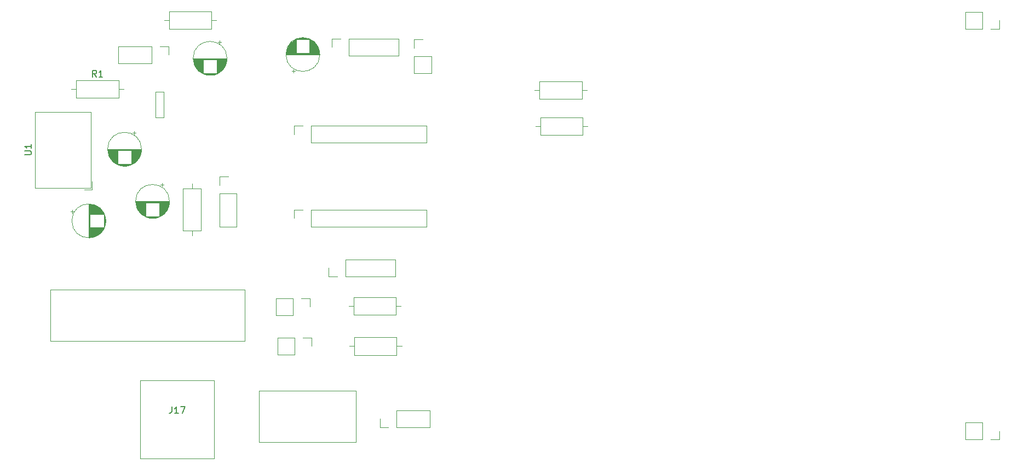
<source format=gbr>
%TF.GenerationSoftware,KiCad,Pcbnew,6.0.2+dfsg-1*%
%TF.CreationDate,2023-04-17T17:17:59+02:00*%
%TF.ProjectId,TransportPlatform_PCB,5472616e-7370-46f7-9274-506c6174666f,rev?*%
%TF.SameCoordinates,Original*%
%TF.FileFunction,Legend,Top*%
%TF.FilePolarity,Positive*%
%FSLAX46Y46*%
G04 Gerber Fmt 4.6, Leading zero omitted, Abs format (unit mm)*
G04 Created by KiCad (PCBNEW 6.0.2+dfsg-1) date 2023-04-17 17:17:59*
%MOMM*%
%LPD*%
G01*
G04 APERTURE LIST*
%ADD10C,0.150000*%
%ADD11C,0.120000*%
G04 APERTURE END LIST*
D10*
%TO.C,J17*%
X60404476Y-88562380D02*
X60404476Y-89276666D01*
X60356857Y-89419523D01*
X60261619Y-89514761D01*
X60118761Y-89562380D01*
X60023523Y-89562380D01*
X61404476Y-89562380D02*
X60833047Y-89562380D01*
X61118761Y-89562380D02*
X61118761Y-88562380D01*
X61023523Y-88705238D01*
X60928285Y-88800476D01*
X60833047Y-88848095D01*
X61737809Y-88562380D02*
X62404476Y-88562380D01*
X61975904Y-89562380D01*
%TO.C,R1*%
X48728333Y-37452380D02*
X48395000Y-36976190D01*
X48156904Y-37452380D02*
X48156904Y-36452380D01*
X48537857Y-36452380D01*
X48633095Y-36500000D01*
X48680714Y-36547619D01*
X48728333Y-36642857D01*
X48728333Y-36785714D01*
X48680714Y-36880952D01*
X48633095Y-36928571D01*
X48537857Y-36976190D01*
X48156904Y-36976190D01*
X49680714Y-37452380D02*
X49109285Y-37452380D01*
X49395000Y-37452380D02*
X49395000Y-36452380D01*
X49299761Y-36595238D01*
X49204523Y-36690476D01*
X49109285Y-36738095D01*
%TO.C,U1*%
X37666380Y-49509904D02*
X38475904Y-49509904D01*
X38571142Y-49462285D01*
X38618761Y-49414666D01*
X38666380Y-49319428D01*
X38666380Y-49128952D01*
X38618761Y-49033714D01*
X38571142Y-48986095D01*
X38475904Y-48938476D01*
X37666380Y-48938476D01*
X38666380Y-47938476D02*
X38666380Y-48509904D01*
X38666380Y-48224190D02*
X37666380Y-48224190D01*
X37809238Y-48319428D01*
X37904476Y-48414666D01*
X37952095Y-48509904D01*
D11*
%TO.C,R5*%
X117253000Y-38127000D02*
X117253000Y-40867000D01*
X123793000Y-38127000D02*
X117253000Y-38127000D01*
X116483000Y-39497000D02*
X117253000Y-39497000D01*
X117253000Y-40867000D02*
X123793000Y-40867000D01*
X123793000Y-40867000D02*
X123793000Y-38127000D01*
X124563000Y-39497000D02*
X123793000Y-39497000D01*
%TO.C,R2*%
X116610000Y-45085000D02*
X117380000Y-45085000D01*
X117380000Y-43715000D02*
X117380000Y-46455000D01*
X124690000Y-45085000D02*
X123920000Y-45085000D01*
X123920000Y-46455000D02*
X123920000Y-43715000D01*
X117380000Y-46455000D02*
X123920000Y-46455000D01*
X123920000Y-43715000D02*
X117380000Y-43715000D01*
%TO.C,J17*%
X66894000Y-84470000D02*
X66894000Y-96570000D01*
X55534000Y-96570000D02*
X66894000Y-96570000D01*
X66894000Y-84470000D02*
X55534000Y-84470000D01*
X55534000Y-84470000D02*
X55534000Y-96570000D01*
%TO.C,J8*%
X99755000Y-60685000D02*
X99755000Y-58025000D01*
X81915000Y-58025000D02*
X99755000Y-58025000D01*
X79315000Y-59355000D02*
X79315000Y-58025000D01*
X81915000Y-60685000D02*
X81915000Y-58025000D01*
X79315000Y-58025000D02*
X80645000Y-58025000D01*
X81915000Y-60685000D02*
X99755000Y-60685000D01*
%TO.C,J10*%
X87767000Y-31538000D02*
X95447000Y-31538000D01*
X87767000Y-34198000D02*
X95447000Y-34198000D01*
X85167000Y-31538000D02*
X86497000Y-31538000D01*
X87767000Y-34198000D02*
X87767000Y-31538000D01*
X95447000Y-34198000D02*
X95447000Y-31538000D01*
X85167000Y-32868000D02*
X85167000Y-31538000D01*
%TO.C,J19*%
X73890000Y-94075000D02*
X88890000Y-94075000D01*
X88890000Y-94075000D02*
X88890000Y-86075000D01*
X88890000Y-86075000D02*
X73890000Y-86075000D01*
X73890000Y-86075000D02*
X73890000Y-94075000D01*
%TO.C,C5*%
X52036000Y-49305887D02*
X50575000Y-49305887D01*
X53991000Y-51106887D02*
X52161000Y-51106887D01*
X55141000Y-50226887D02*
X54116000Y-50226887D01*
X53881000Y-51146887D02*
X52271000Y-51146887D01*
X54977000Y-50426887D02*
X54116000Y-50426887D01*
X52036000Y-48985887D02*
X50515000Y-48985887D01*
X55645000Y-48905887D02*
X54116000Y-48905887D01*
X55587000Y-49265887D02*
X54116000Y-49265887D01*
X54087000Y-51066887D02*
X52065000Y-51066887D01*
X52036000Y-50666887D02*
X51423000Y-50666887D01*
X55441000Y-49706887D02*
X54116000Y-49706887D01*
X55276000Y-50026887D02*
X54116000Y-50026887D01*
X52036000Y-50746887D02*
X51522000Y-50746887D01*
X54630000Y-50746887D02*
X54116000Y-50746887D01*
X55567000Y-49345887D02*
X54116000Y-49345887D01*
X55556000Y-49386887D02*
X54116000Y-49386887D01*
X55386000Y-49826887D02*
X54116000Y-49826887D01*
X55323000Y-49946887D02*
X54116000Y-49946887D01*
X52036000Y-50026887D02*
X50876000Y-50026887D01*
X52036000Y-49265887D02*
X50565000Y-49265887D01*
X52036000Y-49986887D02*
X50852000Y-49986887D01*
X55474000Y-49626887D02*
X54116000Y-49626887D01*
X55655000Y-48745887D02*
X50497000Y-48745887D01*
X52036000Y-49025887D02*
X50520000Y-49025887D01*
X53594000Y-51226887D02*
X52558000Y-51226887D01*
X53360000Y-51266887D02*
X52792000Y-51266887D01*
X52036000Y-49666887D02*
X50694000Y-49666887D01*
X52036000Y-50106887D02*
X50927000Y-50106887D01*
X52036000Y-49145887D02*
X50540000Y-49145887D01*
X52036000Y-50706887D02*
X51471000Y-50706887D01*
X55612000Y-49145887D02*
X54116000Y-49145887D01*
X55632000Y-49025887D02*
X54116000Y-49025887D01*
X55080000Y-50306887D02*
X54116000Y-50306887D01*
X55656000Y-48705887D02*
X50496000Y-48705887D01*
X52036000Y-48945887D02*
X50511000Y-48945887D01*
X52036000Y-50146887D02*
X50954000Y-50146887D01*
X52036000Y-49185887D02*
X50548000Y-49185887D01*
X54940000Y-50466887D02*
X54116000Y-50466887D01*
X52036000Y-49105887D02*
X50533000Y-49105887D01*
X52036000Y-50826887D02*
X51633000Y-50826887D01*
X54254000Y-50986887D02*
X51898000Y-50986887D01*
X54395000Y-50906887D02*
X54116000Y-50906887D01*
X52036000Y-49866887D02*
X50786000Y-49866887D01*
X55637000Y-48985887D02*
X54116000Y-48985887D01*
X52036000Y-49345887D02*
X50585000Y-49345887D01*
X54459000Y-50866887D02*
X54116000Y-50866887D01*
X55596000Y-49225887D02*
X54116000Y-49225887D01*
X52036000Y-50066887D02*
X50901000Y-50066887D01*
X55577000Y-49305887D02*
X54116000Y-49305887D01*
X53753000Y-51186887D02*
X52399000Y-51186887D01*
X52036000Y-50506887D02*
X51250000Y-50506887D01*
X55366000Y-49866887D02*
X54116000Y-49866887D01*
X52036000Y-50346887D02*
X51105000Y-50346887D01*
X52036000Y-50946887D02*
X51825000Y-50946887D01*
X52036000Y-50386887D02*
X51139000Y-50386887D01*
X55518000Y-49506887D02*
X54116000Y-49506887D01*
X55619000Y-49105887D02*
X54116000Y-49105887D01*
X55344000Y-49906887D02*
X54116000Y-49906887D01*
X52036000Y-50426887D02*
X51175000Y-50426887D01*
X52036000Y-49586887D02*
X50662000Y-49586887D01*
X52036000Y-49506887D02*
X50634000Y-49506887D01*
X52036000Y-49626887D02*
X50678000Y-49626887D01*
X52036000Y-49386887D02*
X50596000Y-49386887D01*
X55490000Y-49586887D02*
X54116000Y-49586887D01*
X52036000Y-50266887D02*
X51041000Y-50266887D01*
X55013000Y-50386887D02*
X54116000Y-50386887D01*
X52036000Y-50306887D02*
X51072000Y-50306887D01*
X52036000Y-49466887D02*
X50621000Y-49466887D01*
X52036000Y-49065887D02*
X50526000Y-49065887D01*
X55300000Y-49986887D02*
X54116000Y-49986887D01*
X55656000Y-48665887D02*
X50496000Y-48665887D01*
X54551000Y-45861112D02*
X54551000Y-46361112D01*
X52036000Y-50906887D02*
X51757000Y-50906887D01*
X54519000Y-50826887D02*
X54116000Y-50826887D01*
X52036000Y-49706887D02*
X50711000Y-49706887D01*
X55654000Y-48785887D02*
X50498000Y-48785887D01*
X52036000Y-49826887D02*
X50766000Y-49826887D01*
X55198000Y-50146887D02*
X54116000Y-50146887D01*
X52036000Y-48905887D02*
X50507000Y-48905887D01*
X55531000Y-49466887D02*
X54116000Y-49466887D01*
X52036000Y-50786887D02*
X51576000Y-50786887D01*
X55641000Y-48945887D02*
X54116000Y-48945887D01*
X54681000Y-50706887D02*
X54116000Y-50706887D01*
X52036000Y-50546887D02*
X51291000Y-50546887D01*
X54775000Y-50626887D02*
X54116000Y-50626887D01*
X54902000Y-50506887D02*
X54116000Y-50506887D01*
X52036000Y-49546887D02*
X50648000Y-49546887D01*
X52036000Y-49786887D02*
X50747000Y-49786887D01*
X52036000Y-49225887D02*
X50556000Y-49225887D01*
X54861000Y-50546887D02*
X54116000Y-50546887D01*
X54801000Y-46111112D02*
X54301000Y-46111112D01*
X55111000Y-50266887D02*
X54116000Y-50266887D01*
X55504000Y-49546887D02*
X54116000Y-49546887D01*
X52036000Y-50466887D02*
X51212000Y-50466887D01*
X55225000Y-50106887D02*
X54116000Y-50106887D01*
X55649000Y-48865887D02*
X50503000Y-48865887D01*
X54174000Y-51026887D02*
X51978000Y-51026887D01*
X55405000Y-49786887D02*
X54116000Y-49786887D01*
X55652000Y-48825887D02*
X50500000Y-48825887D01*
X54729000Y-50666887D02*
X54116000Y-50666887D01*
X52036000Y-49906887D02*
X50808000Y-49906887D01*
X55251000Y-50066887D02*
X54116000Y-50066887D01*
X55047000Y-50346887D02*
X54116000Y-50346887D01*
X52036000Y-50586887D02*
X51333000Y-50586887D01*
X52036000Y-50626887D02*
X51377000Y-50626887D01*
X52036000Y-49426887D02*
X50608000Y-49426887D01*
X55544000Y-49426887D02*
X54116000Y-49426887D01*
X54819000Y-50586887D02*
X54116000Y-50586887D01*
X52036000Y-50186887D02*
X50981000Y-50186887D01*
X52036000Y-49946887D02*
X50829000Y-49946887D01*
X52036000Y-50226887D02*
X51011000Y-50226887D01*
X55626000Y-49065887D02*
X54116000Y-49065887D01*
X55424000Y-49746887D02*
X54116000Y-49746887D01*
X55604000Y-49185887D02*
X54116000Y-49185887D01*
X52036000Y-49746887D02*
X50728000Y-49746887D01*
X55171000Y-50186887D02*
X54116000Y-50186887D01*
X55458000Y-49666887D02*
X54116000Y-49666887D01*
X54327000Y-50946887D02*
X54116000Y-50946887D01*
X54576000Y-50786887D02*
X54116000Y-50786887D01*
X52036000Y-50866887D02*
X51693000Y-50866887D01*
X55696000Y-48665887D02*
G75*
G03*
X55696000Y-48665887I-2620000J0D01*
G01*
%TO.C,JP1*%
X97857000Y-31685000D02*
X99187000Y-31685000D01*
X97857000Y-34285000D02*
X97857000Y-36885000D01*
X97857000Y-34285000D02*
X100517000Y-34285000D01*
X97857000Y-36885000D02*
X100517000Y-36885000D01*
X100517000Y-34285000D02*
X100517000Y-36885000D01*
X97857000Y-33015000D02*
X97857000Y-31685000D01*
%TO.C,J11*%
X87249000Y-68386000D02*
X87249000Y-65726000D01*
X94929000Y-68386000D02*
X94929000Y-65726000D01*
X84649000Y-68386000D02*
X84649000Y-67056000D01*
X87249000Y-65726000D02*
X94929000Y-65726000D01*
X85979000Y-68386000D02*
X84649000Y-68386000D01*
X87249000Y-68386000D02*
X94929000Y-68386000D01*
%TO.C,C1*%
X78398000Y-32710113D02*
X79605000Y-32710113D01*
X81685000Y-33551113D02*
X83188000Y-33551113D01*
X78072000Y-33791113D02*
X83218000Y-33791113D01*
X81685000Y-32670113D02*
X82869000Y-32670113D01*
X78231000Y-33070113D02*
X79605000Y-33070113D01*
X78523000Y-32510113D02*
X79605000Y-32510113D01*
X78781000Y-32190113D02*
X79605000Y-32190113D01*
X78247000Y-33030113D02*
X79605000Y-33030113D01*
X78263000Y-32990113D02*
X79605000Y-32990113D01*
X81685000Y-31830113D02*
X82088000Y-31830113D01*
X81685000Y-31990113D02*
X82298000Y-31990113D01*
X78217000Y-33110113D02*
X79605000Y-33110113D01*
X81685000Y-33070113D02*
X83059000Y-33070113D01*
X79326000Y-31750113D02*
X79605000Y-31750113D01*
X78065000Y-33951113D02*
X83225000Y-33951113D01*
X78610000Y-32390113D02*
X79605000Y-32390113D01*
X78065000Y-33991113D02*
X83225000Y-33991113D01*
X81685000Y-33671113D02*
X83206000Y-33671113D01*
X79730000Y-31550113D02*
X81560000Y-31550113D01*
X78280000Y-32950113D02*
X79605000Y-32950113D01*
X78297000Y-32910113D02*
X79605000Y-32910113D01*
X78470000Y-32590113D02*
X79605000Y-32590113D01*
X81685000Y-33030113D02*
X83043000Y-33030113D01*
X78117000Y-33471113D02*
X79605000Y-33471113D01*
X78902000Y-32070113D02*
X79605000Y-32070113D01*
X81685000Y-32470113D02*
X82740000Y-32470113D01*
X78066000Y-33911113D02*
X83224000Y-33911113D01*
X79091000Y-31910113D02*
X79605000Y-31910113D01*
X81685000Y-33190113D02*
X83100000Y-33190113D01*
X81685000Y-32150113D02*
X82471000Y-32150113D01*
X81685000Y-32630113D02*
X82845000Y-32630113D01*
X81685000Y-33711113D02*
X83210000Y-33711113D01*
X81685000Y-33511113D02*
X83181000Y-33511113D01*
X81685000Y-31710113D02*
X81896000Y-31710113D01*
X81685000Y-33471113D02*
X83173000Y-33471113D01*
X78445000Y-32630113D02*
X79605000Y-32630113D01*
X78920000Y-36545888D02*
X79420000Y-36545888D01*
X79262000Y-31790113D02*
X79605000Y-31790113D01*
X79547000Y-31630113D02*
X81743000Y-31630113D01*
X78144000Y-33351113D02*
X79605000Y-33351113D01*
X81685000Y-32310113D02*
X82616000Y-32310113D01*
X81685000Y-32710113D02*
X82892000Y-32710113D01*
X78674000Y-32310113D02*
X79605000Y-32310113D01*
X78744000Y-32230113D02*
X79605000Y-32230113D01*
X79968000Y-31470113D02*
X81322000Y-31470113D01*
X81685000Y-32950113D02*
X83010000Y-32950113D01*
X78190000Y-33190113D02*
X79605000Y-33190113D01*
X81685000Y-33110113D02*
X83073000Y-33110113D01*
X81685000Y-31910113D02*
X82199000Y-31910113D01*
X79634000Y-31590113D02*
X81656000Y-31590113D01*
X78203000Y-33150113D02*
X79605000Y-33150113D01*
X78641000Y-32350113D02*
X79605000Y-32350113D01*
X81685000Y-32750113D02*
X82913000Y-32750113D01*
X78580000Y-32430113D02*
X79605000Y-32430113D01*
X81685000Y-32910113D02*
X82993000Y-32910113D01*
X81685000Y-33751113D02*
X83214000Y-33751113D01*
X78089000Y-33631113D02*
X79605000Y-33631113D01*
X81685000Y-32230113D02*
X82546000Y-32230113D01*
X81685000Y-33150113D02*
X83087000Y-33150113D01*
X81685000Y-32030113D02*
X82344000Y-32030113D01*
X81685000Y-32870113D02*
X82974000Y-32870113D01*
X78708000Y-32270113D02*
X79605000Y-32270113D01*
X81685000Y-32550113D02*
X82794000Y-32550113D01*
X81685000Y-32830113D02*
X82955000Y-32830113D01*
X78421000Y-32670113D02*
X79605000Y-32670113D01*
X81685000Y-31790113D02*
X82028000Y-31790113D01*
X78819000Y-32150113D02*
X79605000Y-32150113D01*
X78069000Y-33831113D02*
X83221000Y-33831113D01*
X78377000Y-32750113D02*
X79605000Y-32750113D01*
X78154000Y-33311113D02*
X79605000Y-33311113D01*
X78496000Y-32550113D02*
X79605000Y-32550113D01*
X78067000Y-33871113D02*
X83223000Y-33871113D01*
X81685000Y-33270113D02*
X83125000Y-33270113D01*
X78992000Y-31990113D02*
X79605000Y-31990113D01*
X81685000Y-32510113D02*
X82767000Y-32510113D01*
X80361000Y-31390113D02*
X80929000Y-31390113D01*
X78165000Y-33270113D02*
X79605000Y-33270113D01*
X78335000Y-32830113D02*
X79605000Y-32830113D01*
X78316000Y-32870113D02*
X79605000Y-32870113D01*
X81685000Y-33591113D02*
X83195000Y-33591113D01*
X81685000Y-31870113D02*
X82145000Y-31870113D01*
X81685000Y-32590113D02*
X82820000Y-32590113D01*
X78355000Y-32790113D02*
X79605000Y-32790113D01*
X79170000Y-36795888D02*
X79170000Y-36295888D01*
X81685000Y-32350113D02*
X82649000Y-32350113D01*
X79202000Y-31830113D02*
X79605000Y-31830113D01*
X78084000Y-33671113D02*
X79605000Y-33671113D01*
X79145000Y-31870113D02*
X79605000Y-31870113D01*
X78080000Y-33711113D02*
X79605000Y-33711113D01*
X81685000Y-33631113D02*
X83201000Y-33631113D01*
X81685000Y-32790113D02*
X82935000Y-32790113D01*
X78860000Y-32110113D02*
X79605000Y-32110113D01*
X78134000Y-33391113D02*
X79605000Y-33391113D01*
X78109000Y-33511113D02*
X79605000Y-33511113D01*
X78125000Y-33431113D02*
X79605000Y-33431113D01*
X81685000Y-33431113D02*
X83165000Y-33431113D01*
X79040000Y-31950113D02*
X79605000Y-31950113D01*
X78076000Y-33751113D02*
X79605000Y-33751113D01*
X79467000Y-31670113D02*
X81823000Y-31670113D01*
X79394000Y-31710113D02*
X79605000Y-31710113D01*
X81685000Y-32110113D02*
X82430000Y-32110113D01*
X81685000Y-32430113D02*
X82710000Y-32430113D01*
X81685000Y-32390113D02*
X82680000Y-32390113D01*
X80127000Y-31430113D02*
X81163000Y-31430113D01*
X81685000Y-32270113D02*
X82582000Y-32270113D01*
X81685000Y-33311113D02*
X83136000Y-33311113D01*
X78102000Y-33551113D02*
X79605000Y-33551113D01*
X81685000Y-32070113D02*
X82388000Y-32070113D01*
X78177000Y-33230113D02*
X79605000Y-33230113D01*
X81685000Y-31950113D02*
X82250000Y-31950113D01*
X78550000Y-32470113D02*
X79605000Y-32470113D01*
X79840000Y-31510113D02*
X81450000Y-31510113D01*
X81685000Y-32990113D02*
X83027000Y-32990113D01*
X81685000Y-33391113D02*
X83156000Y-33391113D01*
X81685000Y-32190113D02*
X82509000Y-32190113D01*
X81685000Y-31750113D02*
X81964000Y-31750113D01*
X81685000Y-33230113D02*
X83113000Y-33230113D01*
X78095000Y-33591113D02*
X79605000Y-33591113D01*
X81685000Y-33351113D02*
X83146000Y-33351113D01*
X78946000Y-32030113D02*
X79605000Y-32030113D01*
X83265000Y-33991113D02*
G75*
G03*
X83265000Y-33991113I-2620000J0D01*
G01*
%TO.C,F1*%
X41632000Y-70402000D02*
X71632000Y-70402000D01*
X71632000Y-70402000D02*
X71632000Y-78402000D01*
X71632000Y-78402000D02*
X41632000Y-78402000D01*
X41632000Y-78402000D02*
X41632000Y-70402000D01*
%TO.C,J18*%
X95138000Y-91754000D02*
X100278000Y-91754000D01*
X95138000Y-89094000D02*
X100278000Y-89094000D01*
X92538000Y-91754000D02*
X92538000Y-90424000D01*
X93868000Y-91754000D02*
X92538000Y-91754000D01*
X100278000Y-91754000D02*
X100278000Y-89094000D01*
X95138000Y-91754000D02*
X95138000Y-89094000D01*
%TO.C,D1*%
X57900900Y-43784900D02*
X59100900Y-43784900D01*
X59100900Y-43784900D02*
X59100900Y-39784900D01*
X59100900Y-39784900D02*
X57900900Y-39784900D01*
X57900900Y-39784900D02*
X57900900Y-43784900D01*
%TO.C,J16*%
X70418000Y-55514000D02*
X70418000Y-60654000D01*
X67758000Y-60654000D02*
X70418000Y-60654000D01*
X67758000Y-52914000D02*
X69088000Y-52914000D01*
X67758000Y-55514000D02*
X70418000Y-55514000D01*
X67758000Y-55514000D02*
X67758000Y-60654000D01*
X67758000Y-54244000D02*
X67758000Y-52914000D01*
%TO.C,R1*%
X52165000Y-40740000D02*
X52165000Y-38000000D01*
X52165000Y-38000000D02*
X45625000Y-38000000D01*
X45625000Y-40740000D02*
X52165000Y-40740000D01*
X45625000Y-38000000D02*
X45625000Y-40740000D01*
X52935000Y-39370000D02*
X52165000Y-39370000D01*
X44855000Y-39370000D02*
X45625000Y-39370000D01*
%TO.C,C2*%
X65254000Y-36069888D02*
X64172000Y-36069888D01*
X65254000Y-36869888D02*
X65043000Y-36869888D01*
X68795000Y-35228888D02*
X67334000Y-35228888D01*
X65254000Y-35589888D02*
X63912000Y-35589888D01*
X68265000Y-36269888D02*
X67334000Y-36269888D01*
X65254000Y-36109888D02*
X64199000Y-36109888D01*
X67099000Y-37069888D02*
X65489000Y-37069888D01*
X65254000Y-35429888D02*
X63852000Y-35429888D01*
X68822000Y-35108888D02*
X67334000Y-35108888D01*
X65254000Y-36549888D02*
X64595000Y-36549888D01*
X68443000Y-36029888D02*
X67334000Y-36029888D01*
X67305000Y-36989888D02*
X65283000Y-36989888D01*
X66812000Y-37149888D02*
X65776000Y-37149888D01*
X68872000Y-34708888D02*
X63716000Y-34708888D01*
X68867000Y-34788888D02*
X63721000Y-34788888D01*
X68692000Y-35549888D02*
X67334000Y-35549888D01*
X66971000Y-37109888D02*
X65617000Y-37109888D01*
X68805000Y-35188888D02*
X67334000Y-35188888D01*
X65254000Y-35349888D02*
X63826000Y-35349888D01*
X67472000Y-36909888D02*
X65116000Y-36909888D01*
X68298000Y-36229888D02*
X67334000Y-36229888D01*
X68708000Y-35509888D02*
X67334000Y-35509888D01*
X67677000Y-36789888D02*
X67334000Y-36789888D01*
X65254000Y-36269888D02*
X64323000Y-36269888D01*
X68079000Y-36469888D02*
X67334000Y-36469888D01*
X65254000Y-35389888D02*
X63839000Y-35389888D01*
X68762000Y-35349888D02*
X67334000Y-35349888D01*
X65254000Y-36669888D02*
X64740000Y-36669888D01*
X68584000Y-35789888D02*
X67334000Y-35789888D01*
X65254000Y-34908888D02*
X63733000Y-34908888D01*
X68623000Y-35709888D02*
X67334000Y-35709888D01*
X67993000Y-36549888D02*
X67334000Y-36549888D01*
X65254000Y-36229888D02*
X64290000Y-36229888D01*
X68736000Y-35429888D02*
X67334000Y-35429888D01*
X68518000Y-35909888D02*
X67334000Y-35909888D01*
X65254000Y-36829888D02*
X64975000Y-36829888D01*
X67794000Y-36709888D02*
X67334000Y-36709888D01*
X68830000Y-35068888D02*
X67334000Y-35068888D01*
X68562000Y-35829888D02*
X67334000Y-35829888D01*
X68785000Y-35268888D02*
X67334000Y-35268888D01*
X68469000Y-35989888D02*
X67334000Y-35989888D01*
X65254000Y-35108888D02*
X63766000Y-35108888D01*
X67613000Y-36829888D02*
X67334000Y-36829888D01*
X68774000Y-35309888D02*
X67334000Y-35309888D01*
X68844000Y-34988888D02*
X67334000Y-34988888D01*
X68859000Y-34868888D02*
X67334000Y-34868888D01*
X65254000Y-36589888D02*
X64641000Y-36589888D01*
X65254000Y-36189888D02*
X64259000Y-36189888D01*
X65254000Y-36349888D02*
X64393000Y-36349888D01*
X65254000Y-36469888D02*
X64509000Y-36469888D01*
X68659000Y-35629888D02*
X67334000Y-35629888D01*
X68870000Y-34748888D02*
X63718000Y-34748888D01*
X65254000Y-35509888D02*
X63880000Y-35509888D01*
X67848000Y-36669888D02*
X67334000Y-36669888D01*
X68749000Y-35389888D02*
X67334000Y-35389888D01*
X68494000Y-35949888D02*
X67334000Y-35949888D01*
X67392000Y-36949888D02*
X65196000Y-36949888D01*
X67209000Y-37029888D02*
X65379000Y-37029888D01*
X68604000Y-35749888D02*
X67334000Y-35749888D01*
X65254000Y-35228888D02*
X63793000Y-35228888D01*
X68037000Y-36509888D02*
X67334000Y-36509888D01*
X65254000Y-35789888D02*
X64004000Y-35789888D01*
X68359000Y-36149888D02*
X67334000Y-36149888D01*
X68837000Y-35028888D02*
X67334000Y-35028888D01*
X65254000Y-35829888D02*
X64026000Y-35829888D01*
X66578000Y-37189888D02*
X66010000Y-37189888D01*
X65254000Y-35188888D02*
X63783000Y-35188888D01*
X68863000Y-34828888D02*
X67334000Y-34828888D01*
X65254000Y-35469888D02*
X63866000Y-35469888D01*
X65254000Y-35909888D02*
X64070000Y-35909888D01*
X68389000Y-36109888D02*
X67334000Y-36109888D01*
X65254000Y-35068888D02*
X63758000Y-35068888D01*
X65254000Y-36629888D02*
X64689000Y-36629888D01*
X65254000Y-35749888D02*
X63984000Y-35749888D01*
X67769000Y-31784113D02*
X67769000Y-32284113D01*
X65254000Y-35949888D02*
X64094000Y-35949888D01*
X65254000Y-34868888D02*
X63729000Y-34868888D01*
X67947000Y-36589888D02*
X67334000Y-36589888D01*
X67545000Y-36869888D02*
X67334000Y-36869888D01*
X67899000Y-36629888D02*
X67334000Y-36629888D01*
X65254000Y-36149888D02*
X64229000Y-36149888D01*
X68642000Y-35669888D02*
X67334000Y-35669888D01*
X65254000Y-35309888D02*
X63814000Y-35309888D01*
X68855000Y-34908888D02*
X67334000Y-34908888D01*
X68814000Y-35148888D02*
X67334000Y-35148888D01*
X65254000Y-36749888D02*
X64851000Y-36749888D01*
X65254000Y-36429888D02*
X64468000Y-36429888D01*
X65254000Y-35709888D02*
X63965000Y-35709888D01*
X65254000Y-36709888D02*
X64794000Y-36709888D01*
X65254000Y-36029888D02*
X64145000Y-36029888D01*
X65254000Y-35669888D02*
X63946000Y-35669888D01*
X65254000Y-35629888D02*
X63929000Y-35629888D01*
X68019000Y-32034113D02*
X67519000Y-32034113D01*
X68722000Y-35469888D02*
X67334000Y-35469888D01*
X68541000Y-35869888D02*
X67334000Y-35869888D01*
X68874000Y-34588888D02*
X63714000Y-34588888D01*
X68120000Y-36429888D02*
X67334000Y-36429888D01*
X65254000Y-34988888D02*
X63744000Y-34988888D01*
X65254000Y-35028888D02*
X63751000Y-35028888D01*
X65254000Y-36389888D02*
X64430000Y-36389888D01*
X68329000Y-36189888D02*
X67334000Y-36189888D01*
X68416000Y-36069888D02*
X67334000Y-36069888D01*
X68158000Y-36389888D02*
X67334000Y-36389888D01*
X68195000Y-36349888D02*
X67334000Y-36349888D01*
X65254000Y-35549888D02*
X63896000Y-35549888D01*
X67737000Y-36749888D02*
X67334000Y-36749888D01*
X68850000Y-34948888D02*
X67334000Y-34948888D01*
X65254000Y-34828888D02*
X63725000Y-34828888D01*
X65254000Y-36789888D02*
X64911000Y-36789888D01*
X65254000Y-34948888D02*
X63738000Y-34948888D01*
X65254000Y-36509888D02*
X64551000Y-36509888D01*
X65254000Y-35148888D02*
X63774000Y-35148888D01*
X68874000Y-34628888D02*
X63714000Y-34628888D01*
X68231000Y-36309888D02*
X67334000Y-36309888D01*
X65254000Y-35869888D02*
X64047000Y-35869888D01*
X65254000Y-36309888D02*
X64357000Y-36309888D01*
X65254000Y-35268888D02*
X63803000Y-35268888D01*
X68676000Y-35589888D02*
X67334000Y-35589888D01*
X65254000Y-35989888D02*
X64119000Y-35989888D01*
X68873000Y-34668888D02*
X63715000Y-34668888D01*
X68914000Y-34588888D02*
G75*
G03*
X68914000Y-34588888I-2620000J0D01*
G01*
%TO.C,R9*%
X63500000Y-53999000D02*
X63500000Y-54769000D01*
X63500000Y-62079000D02*
X63500000Y-61309000D01*
X62130000Y-54769000D02*
X62130000Y-61309000D01*
X62130000Y-61309000D02*
X64870000Y-61309000D01*
X64870000Y-54769000D02*
X62130000Y-54769000D01*
X64870000Y-61309000D02*
X64870000Y-54769000D01*
%TO.C,J9*%
X81915000Y-45025000D02*
X99755000Y-45025000D01*
X81915000Y-47685000D02*
X99755000Y-47685000D01*
X81915000Y-47685000D02*
X81915000Y-45025000D01*
X79315000Y-45025000D02*
X80645000Y-45025000D01*
X99755000Y-47685000D02*
X99755000Y-45025000D01*
X79315000Y-46355000D02*
X79315000Y-45025000D01*
%TO.C,J4*%
X188318000Y-28702000D02*
X188318000Y-30032000D01*
X188318000Y-30032000D02*
X186988000Y-30032000D01*
X183118000Y-27372000D02*
X183118000Y-30032000D01*
X185718000Y-27372000D02*
X185718000Y-30032000D01*
X185718000Y-27372000D02*
X183118000Y-27372000D01*
X185718000Y-30032000D02*
X183118000Y-30032000D01*
%TO.C,R3*%
X95797500Y-72961500D02*
X95027500Y-72961500D01*
X95027500Y-74331500D02*
X95027500Y-71591500D01*
X88487500Y-74331500D02*
X95027500Y-74331500D01*
X87717500Y-72961500D02*
X88487500Y-72961500D01*
X88487500Y-71591500D02*
X88487500Y-74331500D01*
X95027500Y-71591500D02*
X88487500Y-71591500D01*
%TO.C,U1*%
X39214000Y-54659000D02*
X47834000Y-54659000D01*
X47834000Y-54659000D02*
X47834000Y-42938000D01*
X39214000Y-42938000D02*
X47834000Y-42938000D01*
X39214000Y-54659000D02*
X39214000Y-42938000D01*
X46834000Y-54899000D02*
X48074000Y-54899000D01*
X48074000Y-54899000D02*
X48074000Y-53659000D01*
%TO.C,J3*%
X188318000Y-93659000D02*
X186988000Y-93659000D01*
X185718000Y-90999000D02*
X185718000Y-93659000D01*
X185718000Y-93659000D02*
X183118000Y-93659000D01*
X185718000Y-90999000D02*
X183118000Y-90999000D01*
X188318000Y-92329000D02*
X188318000Y-93659000D01*
X183118000Y-90999000D02*
X183118000Y-93659000D01*
%TO.C,C3*%
X58415000Y-59150000D02*
X56393000Y-59150000D01*
X58081000Y-59270000D02*
X56727000Y-59270000D01*
X56364000Y-58790000D02*
X55799000Y-58790000D01*
X59579000Y-58150000D02*
X58444000Y-58150000D01*
X56364000Y-58830000D02*
X55850000Y-58830000D01*
X56364000Y-59030000D02*
X56153000Y-59030000D01*
X59932000Y-57269000D02*
X58444000Y-57269000D01*
X59977000Y-56949000D02*
X54831000Y-56949000D01*
X59057000Y-58750000D02*
X58444000Y-58750000D01*
X59305000Y-58510000D02*
X58444000Y-58510000D01*
X59786000Y-57750000D02*
X58444000Y-57750000D01*
X59526000Y-58230000D02*
X58444000Y-58230000D01*
X59983000Y-56829000D02*
X54825000Y-56829000D01*
X58319000Y-59190000D02*
X56489000Y-59190000D01*
X59846000Y-57590000D02*
X58444000Y-57590000D01*
X59973000Y-56989000D02*
X58444000Y-56989000D01*
X58847000Y-58910000D02*
X58444000Y-58910000D01*
X56364000Y-58470000D02*
X55467000Y-58470000D01*
X59189000Y-58630000D02*
X58444000Y-58630000D01*
X59672000Y-57990000D02*
X58444000Y-57990000D01*
X56364000Y-57870000D02*
X55075000Y-57870000D01*
X59714000Y-57910000D02*
X58444000Y-57910000D01*
X56364000Y-57109000D02*
X54848000Y-57109000D01*
X56364000Y-57349000D02*
X54893000Y-57349000D01*
X56364000Y-58270000D02*
X55309000Y-58270000D01*
X59980000Y-56909000D02*
X54828000Y-56909000D01*
X57922000Y-59310000D02*
X56886000Y-59310000D01*
X59872000Y-57510000D02*
X58444000Y-57510000D01*
X56364000Y-57630000D02*
X54976000Y-57630000D01*
X56364000Y-58590000D02*
X55578000Y-58590000D01*
X59752000Y-57830000D02*
X58444000Y-57830000D01*
X59769000Y-57790000D02*
X58444000Y-57790000D01*
X56364000Y-57710000D02*
X55006000Y-57710000D01*
X56364000Y-58030000D02*
X55157000Y-58030000D01*
X56364000Y-57590000D02*
X54962000Y-57590000D01*
X58879000Y-53944225D02*
X58879000Y-54444225D01*
X56364000Y-57790000D02*
X55039000Y-57790000D01*
X58787000Y-58950000D02*
X58444000Y-58950000D01*
X56364000Y-57269000D02*
X54876000Y-57269000D01*
X59940000Y-57229000D02*
X58444000Y-57229000D01*
X58209000Y-59230000D02*
X56599000Y-59230000D01*
X59733000Y-57870000D02*
X58444000Y-57870000D01*
X59628000Y-58070000D02*
X58444000Y-58070000D01*
X56364000Y-58630000D02*
X55619000Y-58630000D01*
X56364000Y-57670000D02*
X54990000Y-57670000D01*
X58655000Y-59030000D02*
X58444000Y-59030000D01*
X56364000Y-58150000D02*
X55229000Y-58150000D01*
X56364000Y-57389000D02*
X54903000Y-57389000D01*
X56364000Y-57189000D02*
X54861000Y-57189000D01*
X56364000Y-57470000D02*
X54924000Y-57470000D01*
X56364000Y-58510000D02*
X55503000Y-58510000D01*
X59268000Y-58550000D02*
X58444000Y-58550000D01*
X56364000Y-57309000D02*
X54884000Y-57309000D01*
X59954000Y-57149000D02*
X58444000Y-57149000D01*
X59651000Y-58030000D02*
X58444000Y-58030000D01*
X56364000Y-58550000D02*
X55540000Y-58550000D01*
X56364000Y-58110000D02*
X55204000Y-58110000D01*
X59499000Y-58270000D02*
X58444000Y-58270000D01*
X56364000Y-57910000D02*
X55094000Y-57910000D01*
X59103000Y-58710000D02*
X58444000Y-58710000D01*
X56364000Y-57830000D02*
X55056000Y-57830000D01*
X59984000Y-56789000D02*
X54824000Y-56789000D01*
X58958000Y-58830000D02*
X58444000Y-58830000D01*
X59924000Y-57309000D02*
X58444000Y-57309000D01*
X59969000Y-57029000D02*
X58444000Y-57029000D01*
X58582000Y-59070000D02*
X56226000Y-59070000D01*
X59965000Y-57069000D02*
X58444000Y-57069000D01*
X59230000Y-58590000D02*
X58444000Y-58590000D01*
X56364000Y-58990000D02*
X56085000Y-58990000D01*
X56364000Y-58230000D02*
X55282000Y-58230000D01*
X59408000Y-58390000D02*
X58444000Y-58390000D01*
X59694000Y-57950000D02*
X58444000Y-57950000D01*
X59341000Y-58470000D02*
X58444000Y-58470000D01*
X56364000Y-57750000D02*
X55022000Y-57750000D01*
X59905000Y-57389000D02*
X58444000Y-57389000D01*
X56364000Y-57029000D02*
X54839000Y-57029000D01*
X56364000Y-58430000D02*
X55433000Y-58430000D01*
X56364000Y-57950000D02*
X55114000Y-57950000D01*
X56364000Y-58190000D02*
X55255000Y-58190000D01*
X59802000Y-57710000D02*
X58444000Y-57710000D01*
X58723000Y-58990000D02*
X58444000Y-58990000D01*
X59895000Y-57429000D02*
X58444000Y-57429000D01*
X59984000Y-56749000D02*
X54824000Y-56749000D01*
X56364000Y-58910000D02*
X55961000Y-58910000D01*
X56364000Y-58870000D02*
X55904000Y-58870000D01*
X56364000Y-58070000D02*
X55180000Y-58070000D01*
X56364000Y-57990000D02*
X55136000Y-57990000D01*
X56364000Y-57510000D02*
X54936000Y-57510000D01*
X58904000Y-58870000D02*
X58444000Y-58870000D01*
X56364000Y-58670000D02*
X55661000Y-58670000D01*
X56364000Y-58710000D02*
X55705000Y-58710000D01*
X59915000Y-57349000D02*
X58444000Y-57349000D01*
X59818000Y-57670000D02*
X58444000Y-57670000D01*
X59982000Y-56869000D02*
X54826000Y-56869000D01*
X56364000Y-58350000D02*
X55369000Y-58350000D01*
X56364000Y-56989000D02*
X54835000Y-56989000D01*
X59009000Y-58790000D02*
X58444000Y-58790000D01*
X59832000Y-57630000D02*
X58444000Y-57630000D01*
X56364000Y-57429000D02*
X54913000Y-57429000D01*
X56364000Y-57229000D02*
X54868000Y-57229000D01*
X56364000Y-57069000D02*
X54843000Y-57069000D01*
X59604000Y-58110000D02*
X58444000Y-58110000D01*
X59553000Y-58190000D02*
X58444000Y-58190000D01*
X59469000Y-58310000D02*
X58444000Y-58310000D01*
X56364000Y-57149000D02*
X54854000Y-57149000D01*
X56364000Y-58750000D02*
X55751000Y-58750000D01*
X59147000Y-58670000D02*
X58444000Y-58670000D01*
X59439000Y-58350000D02*
X58444000Y-58350000D01*
X56364000Y-58310000D02*
X55339000Y-58310000D01*
X59947000Y-57189000D02*
X58444000Y-57189000D01*
X56364000Y-58390000D02*
X55400000Y-58390000D01*
X56364000Y-57550000D02*
X54949000Y-57550000D01*
X59129000Y-54194225D02*
X58629000Y-54194225D01*
X57688000Y-59350000D02*
X57120000Y-59350000D01*
X59884000Y-57470000D02*
X58444000Y-57470000D01*
X59859000Y-57550000D02*
X58444000Y-57550000D01*
X59960000Y-57109000D02*
X58444000Y-57109000D01*
X59375000Y-58430000D02*
X58444000Y-58430000D01*
X58502000Y-59110000D02*
X56306000Y-59110000D01*
X56364000Y-58950000D02*
X56021000Y-58950000D01*
X60024000Y-56749000D02*
G75*
G03*
X60024000Y-56749000I-2620000J0D01*
G01*
%TO.C,C4*%
X47908388Y-60803000D02*
X47908388Y-62319000D01*
X50029388Y-58958000D02*
X50029388Y-60568000D01*
X49309388Y-60803000D02*
X49309388Y-61664000D01*
X48949388Y-57588000D02*
X48949388Y-58723000D01*
X49469388Y-58020000D02*
X49469388Y-58723000D01*
X47668388Y-57185000D02*
X47668388Y-62341000D01*
X49629388Y-58209000D02*
X49629388Y-58723000D01*
X47788388Y-57194000D02*
X47788388Y-58723000D01*
X48188388Y-57262000D02*
X48188388Y-58723000D01*
X49429388Y-60803000D02*
X49429388Y-61548000D01*
X49869388Y-58585000D02*
X49869388Y-60941000D01*
X49109388Y-60803000D02*
X49109388Y-61828000D01*
X47628388Y-57184000D02*
X47628388Y-62342000D01*
X49549388Y-60803000D02*
X49549388Y-61416000D01*
X49989388Y-58848000D02*
X49989388Y-60678000D01*
X48389388Y-57321000D02*
X48389388Y-58723000D01*
X49749388Y-58380000D02*
X49749388Y-58723000D01*
X48429388Y-60803000D02*
X48429388Y-62191000D01*
X48068388Y-57235000D02*
X48068388Y-58723000D01*
X48028388Y-57227000D02*
X48028388Y-58723000D01*
X48148388Y-57252000D02*
X48148388Y-58723000D01*
X48829388Y-60803000D02*
X48829388Y-62010000D01*
X48429388Y-57335000D02*
X48429388Y-58723000D01*
X49589388Y-60803000D02*
X49589388Y-61368000D01*
X49349388Y-60803000D02*
X49349388Y-61627000D01*
X48709388Y-60803000D02*
X48709388Y-62073000D01*
X49549388Y-58110000D02*
X49549388Y-58723000D01*
X49789388Y-58444000D02*
X49789388Y-58723000D01*
X49069388Y-57668000D02*
X49069388Y-58723000D01*
X49149388Y-57728000D02*
X49149388Y-58723000D01*
X48389388Y-60803000D02*
X48389388Y-62205000D01*
X48509388Y-60803000D02*
X48509388Y-62161000D01*
X48549388Y-60803000D02*
X48549388Y-62145000D01*
X48108388Y-60803000D02*
X48108388Y-62283000D01*
X49229388Y-60803000D02*
X49229388Y-61734000D01*
X49669388Y-58263000D02*
X49669388Y-58723000D01*
X49509388Y-58064000D02*
X49509388Y-58723000D01*
X50069388Y-59086000D02*
X50069388Y-60440000D01*
X48709388Y-57453000D02*
X48709388Y-58723000D01*
X49629388Y-60803000D02*
X49629388Y-61317000D01*
X49069388Y-60803000D02*
X49069388Y-61858000D01*
X48869388Y-60803000D02*
X48869388Y-61987000D01*
X47828388Y-60803000D02*
X47828388Y-62328000D01*
X48028388Y-60803000D02*
X48028388Y-62299000D01*
X49389388Y-60803000D02*
X49389388Y-61589000D01*
X50149388Y-59479000D02*
X50149388Y-60047000D01*
X49909388Y-58665000D02*
X49909388Y-60861000D01*
X49309388Y-57862000D02*
X49309388Y-58723000D01*
X48228388Y-57272000D02*
X48228388Y-58723000D01*
X48869388Y-57539000D02*
X48869388Y-58723000D01*
X49189388Y-60803000D02*
X49189388Y-61767000D01*
X48629388Y-57415000D02*
X48629388Y-58723000D01*
X48949388Y-60803000D02*
X48949388Y-61938000D01*
X47948388Y-60803000D02*
X47948388Y-62313000D01*
X49829388Y-60803000D02*
X49829388Y-61014000D01*
X49469388Y-60803000D02*
X49469388Y-61506000D01*
X47748388Y-57190000D02*
X47748388Y-62336000D01*
X48789388Y-60803000D02*
X48789388Y-62031000D01*
X48269388Y-57283000D02*
X48269388Y-58723000D01*
X44993613Y-58038000D02*
X44993613Y-58538000D01*
X48749388Y-57473000D02*
X48749388Y-58723000D01*
X49589388Y-58158000D02*
X49589388Y-58723000D01*
X47988388Y-60803000D02*
X47988388Y-62306000D01*
X48789388Y-57495000D02*
X48789388Y-58723000D01*
X48589388Y-60803000D02*
X48589388Y-62128000D01*
X48309388Y-60803000D02*
X48309388Y-62231000D01*
X48349388Y-60803000D02*
X48349388Y-62218000D01*
X49269388Y-57826000D02*
X49269388Y-58723000D01*
X47868388Y-57202000D02*
X47868388Y-58723000D01*
X48469388Y-60803000D02*
X48469388Y-62177000D01*
X49389388Y-57937000D02*
X49389388Y-58723000D01*
X49229388Y-57792000D02*
X49229388Y-58723000D01*
X48549388Y-57381000D02*
X48549388Y-58723000D01*
X48269388Y-60803000D02*
X48269388Y-62243000D01*
X48629388Y-60803000D02*
X48629388Y-62111000D01*
X49189388Y-57759000D02*
X49189388Y-58723000D01*
X48589388Y-57398000D02*
X48589388Y-58723000D01*
X49749388Y-60803000D02*
X49749388Y-61146000D01*
X48989388Y-60803000D02*
X48989388Y-61912000D01*
X44743613Y-58288000D02*
X45243613Y-58288000D01*
X48148388Y-60803000D02*
X48148388Y-62274000D01*
X47548388Y-57183000D02*
X47548388Y-62343000D01*
X47788388Y-60803000D02*
X47788388Y-62332000D01*
X48749388Y-60803000D02*
X48749388Y-62053000D01*
X48309388Y-57295000D02*
X48309388Y-58723000D01*
X47948388Y-57213000D02*
X47948388Y-58723000D01*
X48349388Y-57308000D02*
X48349388Y-58723000D01*
X47988388Y-57220000D02*
X47988388Y-58723000D01*
X49829388Y-58512000D02*
X49829388Y-58723000D01*
X49789388Y-60803000D02*
X49789388Y-61082000D01*
X49429388Y-57978000D02*
X49429388Y-58723000D01*
X47868388Y-60803000D02*
X47868388Y-62324000D01*
X48989388Y-57614000D02*
X48989388Y-58723000D01*
X48669388Y-60803000D02*
X48669388Y-62092000D01*
X48909388Y-57563000D02*
X48909388Y-58723000D01*
X49349388Y-57899000D02*
X49349388Y-58723000D01*
X48188388Y-60803000D02*
X48188388Y-62264000D01*
X48228388Y-60803000D02*
X48228388Y-62254000D01*
X48068388Y-60803000D02*
X48068388Y-62291000D01*
X49269388Y-60803000D02*
X49269388Y-61700000D01*
X49029388Y-60803000D02*
X49029388Y-61885000D01*
X48909388Y-60803000D02*
X48909388Y-61963000D01*
X50109388Y-59245000D02*
X50109388Y-60281000D01*
X49949388Y-58752000D02*
X49949388Y-60774000D01*
X48469388Y-57349000D02*
X48469388Y-58723000D01*
X48829388Y-57516000D02*
X48829388Y-58723000D01*
X49149388Y-60803000D02*
X49149388Y-61798000D01*
X47588388Y-57183000D02*
X47588388Y-62343000D01*
X49109388Y-57698000D02*
X49109388Y-58723000D01*
X49709388Y-58320000D02*
X49709388Y-58723000D01*
X47828388Y-57198000D02*
X47828388Y-58723000D01*
X47908388Y-57207000D02*
X47908388Y-58723000D01*
X48108388Y-57243000D02*
X48108388Y-58723000D01*
X47708388Y-57187000D02*
X47708388Y-62339000D01*
X48509388Y-57365000D02*
X48509388Y-58723000D01*
X49029388Y-57641000D02*
X49029388Y-58723000D01*
X49509388Y-60803000D02*
X49509388Y-61462000D01*
X49669388Y-60803000D02*
X49669388Y-61263000D01*
X49709388Y-60803000D02*
X49709388Y-61206000D01*
X48669388Y-57434000D02*
X48669388Y-58723000D01*
X50168388Y-59763000D02*
G75*
G03*
X50168388Y-59763000I-2620000J0D01*
G01*
%TO.C,R4*%
X95154500Y-77814500D02*
X88614500Y-77814500D01*
X87844500Y-79184500D02*
X88614500Y-79184500D01*
X95924500Y-79184500D02*
X95154500Y-79184500D01*
X88614500Y-77814500D02*
X88614500Y-80554500D01*
X88614500Y-80554500D02*
X95154500Y-80554500D01*
X95154500Y-80554500D02*
X95154500Y-77814500D01*
%TO.C,R8*%
X59976000Y-27332000D02*
X59976000Y-30072000D01*
X59976000Y-30072000D02*
X66516000Y-30072000D01*
X66516000Y-27332000D02*
X59976000Y-27332000D01*
X66516000Y-30072000D02*
X66516000Y-27332000D01*
X59206000Y-28702000D02*
X59976000Y-28702000D01*
X67286000Y-28702000D02*
X66516000Y-28702000D01*
%TO.C,J15*%
X57277000Y-32706000D02*
X52137000Y-32706000D01*
X59877000Y-32706000D02*
X59877000Y-34036000D01*
X58547000Y-32706000D02*
X59877000Y-32706000D01*
X57277000Y-32706000D02*
X57277000Y-35366000D01*
X57277000Y-35366000D02*
X52137000Y-35366000D01*
X52137000Y-32706000D02*
X52137000Y-35366000D01*
%TO.C,J14*%
X81963500Y-77846300D02*
X81963500Y-79176300D01*
X79363500Y-80506300D02*
X76763500Y-80506300D01*
X79363500Y-77846300D02*
X79363500Y-80506300D01*
X80633500Y-77846300D02*
X81963500Y-77846300D01*
X79363500Y-77846300D02*
X76763500Y-77846300D01*
X76763500Y-77846300D02*
X76763500Y-80506300D01*
%TO.C,J13*%
X81714500Y-71750300D02*
X81714500Y-73080300D01*
X79114500Y-71750300D02*
X76514500Y-71750300D01*
X76514500Y-71750300D02*
X76514500Y-74410300D01*
X79114500Y-71750300D02*
X79114500Y-74410300D01*
X79114500Y-74410300D02*
X76514500Y-74410300D01*
X80384500Y-71750300D02*
X81714500Y-71750300D01*
%TD*%
M02*

</source>
